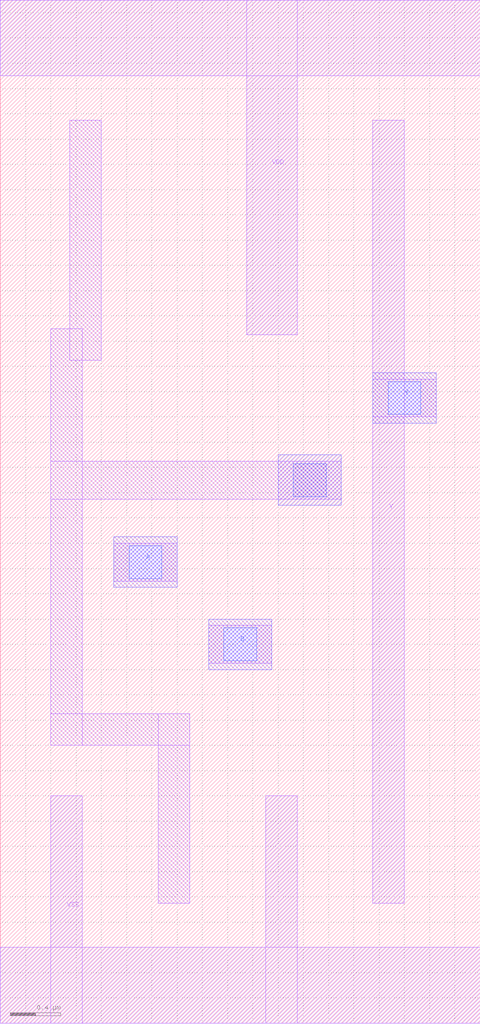
<source format=lef>
# Copyright 2022 Google LLC
# Licensed under the Apache License, Version 2.0 (the "License");
# you may not use this file except in compliance with the License.
# You may obtain a copy of the License at
#
#      http://www.apache.org/licenses/LICENSE-2.0
#
# Unless required by applicable law or agreed to in writing, software
# distributed under the License is distributed on an "AS IS" BASIS,
# WITHOUT WARRANTIES OR CONDITIONS OF ANY KIND, either express or implied.
# See the License for the specific language governing permissions and
# limitations under the License.
VERSION 5.7 ;
BUSBITCHARS "[]" ;
DIVIDERCHAR "/" ;

MACRO gf180mcu_osu_sc_gp12t3v3__or2_1
  CLASS CORE ;
  ORIGIN 0 0 ;
  FOREIGN gf180mcu_osu_sc_gp12t3v3__or2_1 0 0 ;
  SIZE 3.8 BY 8.1 ;
  SYMMETRY X Y ;
  SITE GF180_3p3_12t ;
  PIN VDD
    DIRECTION INOUT ;
    USE POWER ;
    SHAPE ABUTMENT ;
    PORT
      LAYER MET1 ;
        RECT 0 7.5 3.8 8.1 ;
        RECT 1.95 5.45 2.35 8.1 ;
    END
  END VDD
  PIN VSS
    DIRECTION INOUT ;
    USE GROUND ;
    PORT
      LAYER MET1 ;
        RECT 0 0 3.8 0.6 ;
        RECT 2.1 0 2.35 1.8 ;
        RECT 0.4 0 0.65 1.8 ;
    END
  END VSS
  PIN A
    DIRECTION INPUT ;
    USE SIGNAL ;
    PORT
      LAYER MET1 ;
        RECT 0.9 3.5 1.4 3.8 ;
      LAYER MET2 ;
        RECT 0.9 3.45 1.4 3.85 ;
      LAYER VIA12 ;
        RECT 1.02 3.52 1.28 3.78 ;
    END
  END A
  PIN B
    DIRECTION INPUT ;
    USE SIGNAL ;
    PORT
      LAYER MET1 ;
        RECT 1.65 2.85 2.15 3.15 ;
      LAYER MET2 ;
        RECT 1.65 2.8 2.15 3.2 ;
      LAYER VIA12 ;
        RECT 1.77 2.87 2.03 3.13 ;
    END
  END B
  PIN Y
    DIRECTION OUTPUT ;
    USE SIGNAL ;
    PORT
      LAYER MET1 ;
        RECT 2.95 4.8 3.45 5.1 ;
        RECT 2.95 0.95 3.2 7.15 ;
      LAYER MET2 ;
        RECT 2.95 4.75 3.45 5.15 ;
      LAYER VIA12 ;
        RECT 3.07 4.82 3.33 5.08 ;
    END
  END Y
  OBS
    LAYER MET2 ;
      RECT 2.2 4.1 2.7 4.5 ;
    LAYER VIA12 ;
      RECT 2.32 4.17 2.58 4.43 ;
    LAYER MET1 ;
      RECT 0.55 5.25 0.8 7.15 ;
      RECT 0.4 2.2 0.65 5.5 ;
      RECT 0.4 4.15 2.7 4.45 ;
      RECT 0.4 2.2 1.5 2.45 ;
      RECT 1.25 0.95 1.5 2.45 ;
  END
END gf180mcu_osu_sc_gp12t3v3__or2_1

</source>
